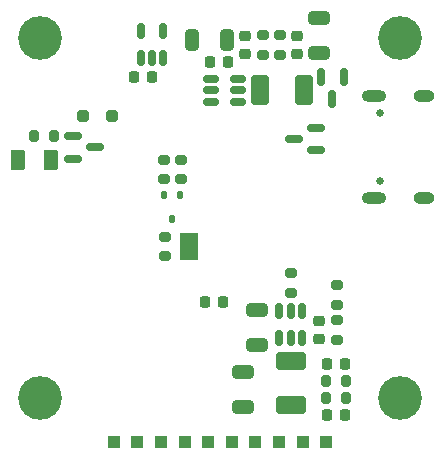
<source format=gbr>
%TF.GenerationSoftware,KiCad,Pcbnew,9.0.4*%
%TF.CreationDate,2026-01-28T15:28:05+01:00*%
%TF.ProjectId,ShiroFPV_Flight_Controller,53686972-6f46-4505-965f-466c69676874,2026-01-27*%
%TF.SameCoordinates,PX7bfa480PYb532b80*%
%TF.FileFunction,Soldermask,Bot*%
%TF.FilePolarity,Negative*%
%FSLAX46Y46*%
G04 Gerber Fmt 4.6, Leading zero omitted, Abs format (unit mm)*
G04 Created by KiCad (PCBNEW 9.0.4) date 2026-01-28 15:28:05*
%MOMM*%
%LPD*%
G01*
G04 APERTURE LIST*
G04 Aperture macros list*
%AMRoundRect*
0 Rectangle with rounded corners*
0 $1 Rounding radius*
0 $2 $3 $4 $5 $6 $7 $8 $9 X,Y pos of 4 corners*
0 Add a 4 corners polygon primitive as box body*
4,1,4,$2,$3,$4,$5,$6,$7,$8,$9,$2,$3,0*
0 Add four circle primitives for the rounded corners*
1,1,$1+$1,$2,$3*
1,1,$1+$1,$4,$5*
1,1,$1+$1,$6,$7*
1,1,$1+$1,$8,$9*
0 Add four rect primitives between the rounded corners*
20,1,$1+$1,$2,$3,$4,$5,0*
20,1,$1+$1,$4,$5,$6,$7,0*
20,1,$1+$1,$6,$7,$8,$9,0*
20,1,$1+$1,$8,$9,$2,$3,0*%
G04 Aperture macros list end*
%ADD10C,0.650000*%
%ADD11O,2.100000X1.000000*%
%ADD12O,1.800000X1.000000*%
%ADD13C,3.700000*%
%ADD14RoundRect,0.225000X-0.225000X-0.250000X0.225000X-0.250000X0.225000X0.250000X-0.225000X0.250000X0*%
%ADD15RoundRect,0.225000X0.250000X-0.225000X0.250000X0.225000X-0.250000X0.225000X-0.250000X-0.225000X0*%
%ADD16RoundRect,0.200000X0.275000X-0.200000X0.275000X0.200000X-0.275000X0.200000X-0.275000X-0.200000X0*%
%ADD17RoundRect,0.250000X-0.375000X-0.625000X0.375000X-0.625000X0.375000X0.625000X-0.375000X0.625000X0*%
%ADD18RoundRect,0.200000X-0.275000X0.200000X-0.275000X-0.200000X0.275000X-0.200000X0.275000X0.200000X0*%
%ADD19R,1.000000X1.000000*%
%ADD20RoundRect,0.225000X0.225000X0.250000X-0.225000X0.250000X-0.225000X-0.250000X0.225000X-0.250000X0*%
%ADD21RoundRect,0.150000X0.587500X0.150000X-0.587500X0.150000X-0.587500X-0.150000X0.587500X-0.150000X0*%
%ADD22RoundRect,0.225000X-0.250000X0.225000X-0.250000X-0.225000X0.250000X-0.225000X0.250000X0.225000X0*%
%ADD23RoundRect,0.250000X0.650000X-0.325000X0.650000X0.325000X-0.650000X0.325000X-0.650000X-0.325000X0*%
%ADD24RoundRect,0.200000X0.200000X0.275000X-0.200000X0.275000X-0.200000X-0.275000X0.200000X-0.275000X0*%
%ADD25RoundRect,0.250000X0.250000X0.250000X-0.250000X0.250000X-0.250000X-0.250000X0.250000X-0.250000X0*%
%ADD26RoundRect,0.150000X0.150000X-0.512500X0.150000X0.512500X-0.150000X0.512500X-0.150000X-0.512500X0*%
%ADD27RoundRect,0.112500X-0.112500X-0.237500X0.112500X-0.237500X0.112500X0.237500X-0.112500X0.237500X0*%
%ADD28RoundRect,0.250000X-0.650000X0.325000X-0.650000X-0.325000X0.650000X-0.325000X0.650000X0.325000X0*%
%ADD29R,1.500000X1.000000*%
%ADD30RoundRect,0.250001X-0.999999X0.499999X-0.999999X-0.499999X0.999999X-0.499999X0.999999X0.499999X0*%
%ADD31RoundRect,0.150000X0.512500X0.150000X-0.512500X0.150000X-0.512500X-0.150000X0.512500X-0.150000X0*%
%ADD32RoundRect,0.250000X0.325000X0.650000X-0.325000X0.650000X-0.325000X-0.650000X0.325000X-0.650000X0*%
%ADD33RoundRect,0.150000X-0.150000X0.587500X-0.150000X-0.587500X0.150000X-0.587500X0.150000X0.587500X0*%
%ADD34RoundRect,0.250001X-0.499999X-0.999999X0.499999X-0.999999X0.499999X0.999999X-0.499999X0.999999X0*%
%ADD35RoundRect,0.200000X-0.200000X-0.275000X0.200000X-0.275000X0.200000X0.275000X-0.200000X0.275000X0*%
%ADD36RoundRect,0.150000X-0.587500X-0.150000X0.587500X-0.150000X0.587500X0.150000X-0.587500X0.150000X0*%
G04 APERTURE END LIST*
%TO.C,JP1*%
G36*
X-70023148Y130767500D02*
G01*
X-71523148Y130767500D01*
X-71523148Y131067500D01*
X-70023148Y131067500D01*
X-70023148Y130767500D01*
G37*
%TD*%
D10*
%TO.C,P1*%
X-54548148Y136457500D03*
X-54548148Y142237500D03*
D11*
X-55068148Y135027500D03*
D12*
X-50868148Y135027500D03*
D11*
X-55068148Y143667500D03*
D12*
X-50868148Y143667500D03*
%TD*%
D13*
%TO.C,REF\u002A\u002A*%
X-52863148Y148617500D03*
%TD*%
%TO.C,REF\u002A\u002A*%
X-52863148Y118117500D03*
%TD*%
%TO.C,REF\u002A\u002A*%
X-83363148Y118117500D03*
%TD*%
%TO.C,REF\u002A\u002A*%
X-83363148Y148617500D03*
%TD*%
D14*
%TO.C,C5*%
X-75413148Y145247500D03*
X-73863148Y145247500D03*
%TD*%
D15*
%TO.C,C17*%
X-61593148Y147207500D03*
X-61593148Y148757500D03*
%TD*%
D16*
%TO.C,R21*%
X-58250648Y126002500D03*
X-58250648Y127652500D03*
%TD*%
D17*
%TO.C,F1*%
X-85225648Y138242500D03*
X-82425648Y138242500D03*
%TD*%
D18*
%TO.C,R22*%
X-71415648Y138277500D03*
X-71415648Y136627500D03*
%TD*%
D19*
%TO.C,J4*%
X-65118148Y114367500D03*
%TD*%
D20*
%TO.C,C2*%
X-67408148Y146582500D03*
X-68958148Y146582500D03*
%TD*%
D21*
%TO.C,Q2*%
X-60003148Y140977500D03*
X-60003148Y139077500D03*
X-61878148Y140027500D03*
%TD*%
D22*
%TO.C,C15*%
X-65968148Y148757500D03*
X-65968148Y147207500D03*
%TD*%
D19*
%TO.C,J6*%
X-69118148Y114367500D03*
%TD*%
D16*
%TO.C,R2*%
X-64508148Y147157500D03*
X-64508148Y148807500D03*
%TD*%
D20*
%TO.C,C20*%
X-57530648Y121017500D03*
X-59080648Y121017500D03*
%TD*%
D23*
%TO.C,C14*%
X-64985648Y122582500D03*
X-64985648Y125532500D03*
%TD*%
D24*
%TO.C,R11*%
X-82193148Y140282500D03*
X-83843148Y140282500D03*
%TD*%
D25*
%TO.C,D1*%
X-77263148Y141982500D03*
X-79763148Y141982500D03*
%TD*%
D19*
%TO.C,J8*%
X-73118148Y114367500D03*
%TD*%
D18*
%TO.C,R5*%
X-72753148Y131737500D03*
X-72753148Y130087500D03*
%TD*%
D19*
%TO.C,J5*%
X-67118148Y114367500D03*
%TD*%
D16*
%TO.C,R1*%
X-63048148Y147157500D03*
X-63048148Y148807500D03*
%TD*%
D26*
%TO.C,U6*%
X-61185648Y123160000D03*
X-62135648Y123160000D03*
X-63085648Y123160000D03*
X-63085648Y125435000D03*
X-62135648Y125435000D03*
X-61185648Y125435000D03*
%TD*%
D19*
%TO.C,J2*%
X-61118148Y114367500D03*
%TD*%
%TO.C,J7*%
X-71118148Y114367500D03*
%TD*%
D20*
%TO.C,C4*%
X-67838148Y126247500D03*
X-69388148Y126247500D03*
%TD*%
D18*
%TO.C,R10*%
X-72880648Y138287500D03*
X-72880648Y136637500D03*
%TD*%
D19*
%TO.C,J3*%
X-63118148Y114367500D03*
%TD*%
D15*
%TO.C,C16*%
X-59705648Y123097500D03*
X-59705648Y124647500D03*
%TD*%
D19*
%TO.C,J9*%
X-75118148Y114367500D03*
%TD*%
D27*
%TO.C,Q3*%
X-72833148Y135272500D03*
X-71533148Y135272500D03*
X-72183148Y133272500D03*
%TD*%
D24*
%TO.C,R8*%
X-57480648Y119562500D03*
X-59130648Y119562500D03*
%TD*%
D28*
%TO.C,C19*%
X-66158148Y120272500D03*
X-66158148Y117322500D03*
%TD*%
D19*
%TO.C,J1*%
X-59123148Y114367500D03*
%TD*%
D29*
%TO.C,JP1*%
X-70773148Y130267500D03*
X-70773148Y131567500D03*
%TD*%
D19*
%TO.C,J10*%
X-77118148Y114367500D03*
%TD*%
D30*
%TO.C,L2*%
X-62135648Y121247500D03*
X-62135648Y117547500D03*
%TD*%
D31*
%TO.C,U5*%
X-66615648Y145102500D03*
X-66615648Y144152500D03*
X-66615648Y143202500D03*
X-68890648Y143202500D03*
X-68890648Y144152500D03*
X-68890648Y145102500D03*
%TD*%
D23*
%TO.C,C18*%
X-59713148Y147332500D03*
X-59713148Y150282500D03*
%TD*%
D16*
%TO.C,R27*%
X-58250648Y123047500D03*
X-58250648Y124697500D03*
%TD*%
D32*
%TO.C,C38*%
X-67528148Y148457500D03*
X-70478148Y148457500D03*
%TD*%
D14*
%TO.C,C22*%
X-59080648Y116647500D03*
X-57530648Y116647500D03*
%TD*%
D26*
%TO.C,U7*%
X-72910648Y146890000D03*
X-73860648Y146890000D03*
X-74810648Y146890000D03*
X-74810648Y149165000D03*
X-72910648Y149165000D03*
%TD*%
D33*
%TO.C,D4*%
X-59558148Y145322500D03*
X-57658148Y145322500D03*
X-58608148Y143447500D03*
%TD*%
D18*
%TO.C,R9*%
X-62135648Y128652500D03*
X-62135648Y127002500D03*
%TD*%
D34*
%TO.C,L1*%
X-64703148Y144152500D03*
X-61003148Y144152500D03*
%TD*%
D35*
%TO.C,R7*%
X-59130648Y118107500D03*
X-57480648Y118107500D03*
%TD*%
D36*
%TO.C,Q1*%
X-80548148Y138382500D03*
X-80548148Y140282500D03*
X-78673148Y139332500D03*
%TD*%
M02*

</source>
